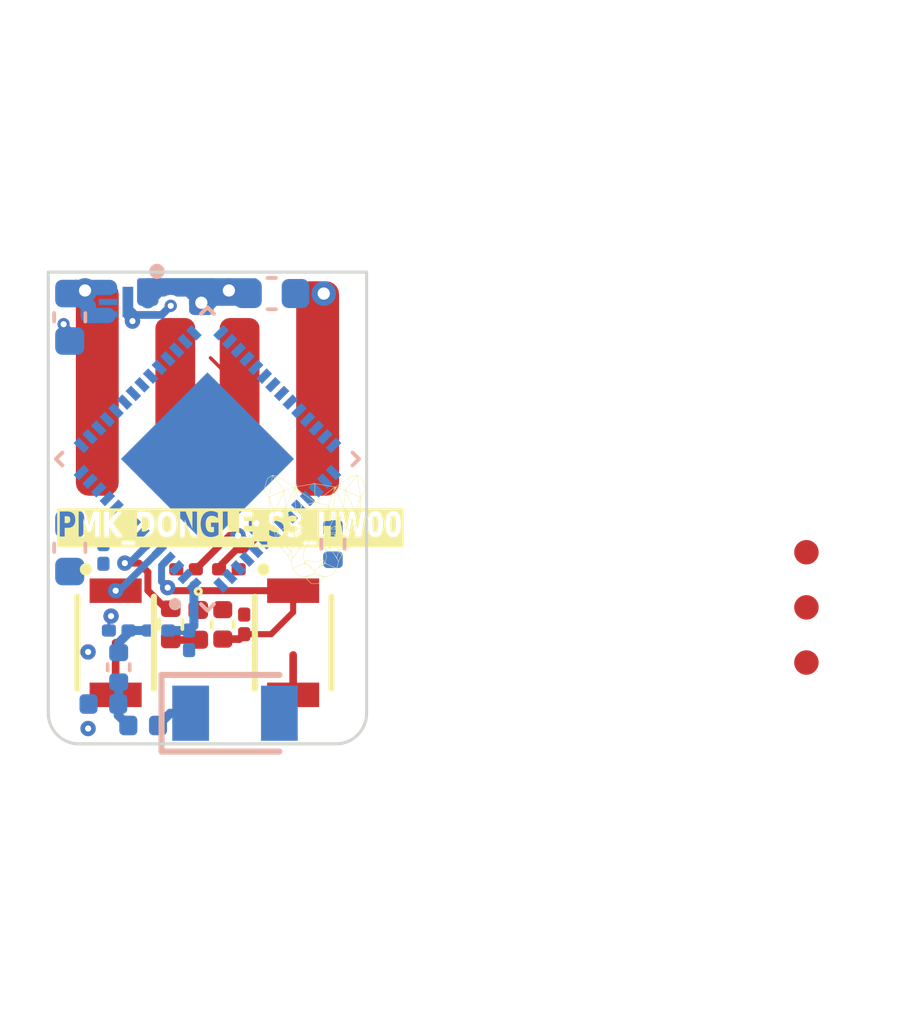
<source format=kicad_pcb>
(kicad_pcb (version 20240108) (generator "pcbnew") (generator_version "8.0")
  (layers (0 "F.Cu" signal) (1 "In1.Cu" signal) (2 "In2.Cu" signal) (31 "B.Cu" signal) (34 "B.Paste" user) (35 "F.Paste" user) (36 "B.SilkS" user "B.Silkscreen") (37 "F.SilkS" user "F.Silkscreen") (38 "B.Mask" user) (39 "F.Mask" user) (44 "Edge.Cuts" user))
  (net 0 "")
  (net 1 "/ANT_3")
  (net 2 "+3V3")
  (net 3 "/LNA_IN")
  (net 4 "/IO0")
  (net 5 "/IO1")
  (net 6 "/IO2")
  (net 7 "/IO3")
  (net 8 "/IO4")
  (net 9 "/IO5")
  (net 10 "/IO6")
  (net 11 "/IO7")
  (net 12 "/IO8")
  (net 13 "/IO9")
  (net 14 "/IO10")
  (net 15 "/IO11")
  (net 16 "/IO12")
  (net 17 "/IO13")
  (net 18 "/IO14")
  (net 19 "/IO15")
  (net 20 "/IO16")
  (net 21 "/IO17")
  (net 22 "/IO18")
  (net 23 "/D-")
  (net 24 "/D+")
  (net 25 "/IO21")
  (net 26 "Net-(D30-A)")
  (net 27 "/IO33")
  (net 28 "/IO34")
  (net 29 "/IO35")
  (net 30 "/IO36")
  (net 31 "/IO37")
  (net 32 "/IO38")
  (net 33 "/IO39")
  (net 34 "/IO40")
  (net 35 "/IO41")
  (net 36 "/IO42")
  (net 37 "/IO45")
  (net 38 "/IO46")
  (net 39 "/EN")
  (net 40 "GND")
  (net 41 "VBUS")
  (net 42 "/U0TXD")
  (net 43 "/ANT_1")
  (net 44 "/ANT_2")
  (net 45 "/TX")
  (net 46 "/RX")
  (footprint "Component_lib:USB_PCB" (layer "F.Cu") (at 153 44.4)
    (property "Reference" "J10" (hide yes))
    (property "Value" "USB_A")
    (pad "1" smd roundrect (at -3.6 -7.4) (size 1.4 7) (layers "F.Cu" "F.Paste" "F.Mask") (roundrect_rratio 0.3) (net 41 "VBUS"))
    (pad "2" smd roundrect (at -1.05 -6.8) (size 1.3 5.8) (layers "F.Cu" "F.Paste" "F.Mask") (net 23 "/D-"))
    (pad "3" smd roundrect (at 1.05 -6.8) (size 1.3 5.8) (layers "F.Cu" "F.Paste" "F.Mask") (net 24 "/D+"))
    (pad "4" smd roundrect (at 3.6 -7.4) (size 1.4 7) (layers "F.Cu" "F.Paste" "F.Mask") (roundrect_rratio 0.3) (net 40 "GND"))
  )
  (footprint "Resistor_SMD:R_0201_0603Metric" (layer "F.Cu") (at 152.3 42.9 180)
    (property "Reference" "R34" (hide yes))
    (property "Value" "10k")
    (pad "1" smd roundrect (at -0.32 0 180) (size 0.46 0.4) (layers "F.Cu" "F.Mask") (net 38 "/IO46"))
    (pad "2" smd roundrect (at 0.32 0 180) (size 0.46 0.4) (layers "F.Cu" "F.Mask") (net 40 "GND"))
  )
  (footprint "Component_lib:B3U-1000P" (layer "F.Cu") (at 155.8 45.3 90)
    (property "Reference" "S30" (hide yes))
    (property "Value" "SKRPABE010" (hide yes))
    (pad "1" smd rect (at 1.7 0 90) (size 0.8 1.7) (layers "F.Cu" "F.Paste" "F.Mask") (net 39 "/EN"))
    (pad "2" smd rect (at -1.7 0 90) (size 0.8 1.7) (layers "F.Cu" "F.Paste" "F.Mask") (net 40 "GND"))
  )
  (footprint "Component_lib:TestPoint_0.8mm" (layer "F.Cu") (at 172.57 44.145)
    (property "Reference" "TP31" (hide yes))
    (property "Value" "TestPoint")
    (pad "1" smd circle (at 0 0) (size 0.8 0.8) (layers "F.Cu" "F.Paste" "F.Mask") (net 46 "/RX"))
  )
  (footprint "Resistor_SMD:R_0402_1005Metric" (layer "F.Cu") (at 151.8 44.7 -90)
    (property "Reference" "R31" (hide yes))
    (property "Value" "2k")
    (pad "1" smd roundrect (at -0.51 0 270) (size 0.54 0.64) (layers "F.Cu" "F.Paste" "F.Mask") (net 5 "/IO1"))
    (pad "2" smd roundrect (at 0.51 0 270) (size 0.54 0.64) (layers "F.Cu" "F.Paste" "F.Mask") (net 26 "Net-(D30-A)"))
  )
  (footprint "Component_lib:puma_logo_4mm" (layer "F.Cu") (at 156.5 41.6)
    (property "Reference" "G***" (hide yes))
    (property "Value" "LOGO" (hide yes))
  )
  (footprint "Component_lib:TestPoint_0.8mm" (layer "F.Cu") (at 172.57 45.945)
    (property "Reference" "TP32" (hide yes))
    (property "Value" "TestPoint")
    (pad "1" smd circle (at 0 0) (size 0.8 0.8) (layers "F.Cu" "F.Paste" "F.Mask") (net 40 "GND"))
  )
  (footprint "LED_SMD:LED_0402_1005Metric" (layer "F.Cu") (at 152.7 44.715 -90)
    (property "Reference" "D30" (hide yes))
    (property "Value" "LED")
    (pad "1" smd roundrect (at -0.485 0 270) (size 0.59 0.64) (layers "F.Cu" "F.Paste" "F.Mask") (net 40 "GND"))
    (pad "2" smd roundrect (at 0.485 0 270) (size 0.59 0.64) (layers "F.Cu" "F.Paste" "F.Mask") (net 26 "Net-(D30-A)"))
  )
  (footprint "Component_lib:TestPoint_0.8mm" (layer "F.Cu") (at 172.57 42.345)
    (property "Reference" "TP30" (hide yes))
    (property "Value" "TestPoint")
    (pad "1" smd circle (at 0 0) (size 0.8 0.8) (layers "F.Cu" "F.Paste" "F.Mask") (net 45 "/TX"))
  )
  (footprint "Resistor_SMD:R_0201_0603Metric" (layer "F.Cu") (at 153.7 42.9)
    (property "Reference" "R33" (hide yes))
    (property "Value" "10k")
    (pad "1" smd roundrect (at -0.32 0) (size 0.46 0.4) (layers "F.Cu" "F.Mask") (net 37 "/IO45"))
    (pad "2" smd roundrect (at 0.32 0) (size 0.46 0.4) (layers "F.Cu" "F.Mask") (net 40 "GND"))
  )
  (footprint "Capacitor_SMD:C_0402_1005Metric" (layer "F.Cu") (at 153.5 44.7 90)
    (property "Reference" "C32" (hide yes))
    (property "Value" "100n")
    (pad "1" smd roundrect (at -0.48 0 90) (size 0.56 0.62) (layers "F.Cu" "F.Paste" "F.Mask") (net 39 "/EN"))
    (pad "2" smd roundrect (at 0.48 0 90) (size 0.56 0.62) (layers "F.Cu" "F.Paste" "F.Mask") (net 40 "GND"))
  )
  (footprint "Component_lib:B3U-1000P" (layer "F.Cu") (at 150 45.3 90)
    (property "Reference" "S31" (hide yes))
    (property "Value" "SKRPABE010" (hide yes))
    (pad "1" smd rect (at 1.7 0 90) (size 0.8 1.7) (layers "F.Cu" "F.Paste" "F.Mask") (net 4 "/IO0"))
    (pad "2" smd rect (at -1.7 0 90) (size 0.8 1.7) (layers "F.Cu" "F.Paste" "F.Mask") (net 40 "GND"))
  )
  (footprint "Resistor_SMD:R_0201_0603Metric" (layer "F.Cu") (at 154.2 44.7 -90)
    (property "Reference" "R30" (hide yes))
    (property "Value" "10k")
    (pad "1" smd roundrect (at -0.32 0 270) (size 0.46 0.4) (layers "F.Cu" "F.Mask") (net 2 "+3V3"))
    (pad "2" smd roundrect (at 0.32 0 270) (size 0.46 0.4) (layers "F.Cu" "F.Mask") (net 39 "/EN"))
  )
  (footprint "Capacitor_SMD:C_0603_1608Metric" (layer "B.Cu") (at 148.5 34.675 -90)
    (property "Reference" "C20" (hide yes))
    (property "Value" "2u2")
    (pad "1" smd roundrect (at -0.775 0 270) (size 0.9 0.95) (layers "B.Cu" "B.Paste" "B.Mask") (net 41 "VBUS"))
    (pad "2" smd roundrect (at 0.775 0 270) (size 0.9 0.95) (layers "B.Cu" "B.Paste" "B.Mask") (net 40 "GND"))
  )
  (footprint "Component_lib:SON40P120X120X60-7N-D" (layer "B.Cu") (at 150.4 34.175 180)
    (property "Reference" "U20" (hide yes))
    (property "Value" "MIC5528-3.3YMT-T5" (hide yes))
    (pad "1" smd rect (at -0.65 0.4 90) (size 0.2 0.6) (layers "B.Cu" "B.Paste" "B.Mask") (net 2 "+3V3"))
    (pad "2" smd rect (at -0.65 0 90) (size 0.2 0.6) (layers "B.Cu" "B.Paste" "B.Mask") (net 2 "+3V3"))
    (pad "3" smd rect (at -0.65 -0.4 90) (size 0.2 0.6) (layers "B.Cu" "B.Paste" "B.Mask") (net 40 "GND"))
    (pad "4" smd rect (at 0.65 -0.4 90) (size 0.2 0.6) (layers "B.Cu" "B.Paste" "B.Mask") (net 41 "VBUS"))
    (pad "5" smd rect (at 0.65 0 90) (size 0.2 0.6) (layers "B.Cu" "B.Paste" "B.Mask"))
    (pad "6" smd rect (at 0.65 0.4 90) (size 0.2 0.6) (layers "B.Cu" "B.Paste" "B.Mask") (net 41 "VBUS"))
    (pad "7" smd rect (at 0 0 180) (size 0.35 0.99) (layers "B.Cu" "B.Paste" "B.Mask") (net 40 "GND"))
  )
  (footprint "Capacitor_SMD:C_0402_1005Metric" (layer "B.Cu") (at 150.1 46.1 90)
    (property "Reference" "C42" (hide yes))
    (property "Value" "1p")
    (pad "1" smd roundrect (at -0.48 0 90) (size 0.56 0.62) (layers "B.Cu" "B.Paste" "B.Mask") (net 44 "/ANT_2"))
    (pad "2" smd roundrect (at 0.48 0 90) (size 0.56 0.62) (layers "B.Cu" "B.Paste" "B.Mask") (net 43 "/ANT_1"))
  )
  (footprint "Resistor_SMD:R_0402_1005Metric" (layer "B.Cu") (at 157.1 42.08 -90)
    (property "Reference" "R35" (hide yes))
    (property "Value" "499")
    (pad "1" smd roundrect (at -0.51 0 270) (size 0.54 0.64) (layers "B.Cu" "B.Paste" "B.Mask") (net 42 "/U0TXD"))
    (pad "2" smd roundrect (at 0.51 0 270) (size 0.54 0.64) (layers "B.Cu" "B.Paste" "B.Mask") (net 45 "/TX"))
  )
  (footprint "Capacitor_SMD:C_0603_1608Metric" (layer "B.Cu") (at 155.1 33.9)
    (property "Reference" "C21" (hide yes))
    (property "Value" "2u2")
    (pad "1" smd roundrect (at -0.775 0) (size 0.9 0.95) (layers "B.Cu" "B.Paste" "B.Mask") (net 2 "+3V3"))
    (pad "2" smd roundrect (at 0.775 0) (size 0.9 0.95) (layers "B.Cu" "B.Paste" "B.Mask") (net 40 "GND"))
  )
  (footprint "Capacitor_SMD:C_0201_0603Metric" (layer "B.Cu") (at 149.6 42.4 90)
    (property "Reference" "C31" (hide yes))
    (property "Value" "100n")
    (pad "1" smd roundrect (at -0.32 0 90) (size 0.46 0.4) (layers "B.Cu" "B.Mask") (net 2 "+3V3"))
    (pad "2" smd roundrect (at 0.32 0 90) (size 0.46 0.4) (layers "B.Cu" "B.Mask") (net 40 "GND"))
  )
  (footprint "Inductor_SMD:L_0402_1005Metric" (layer "B.Cu") (at 149.6 47.3 180)
    (property "Reference" "L41" (hide yes))
    (property "Value" "2n7")
    (pad "1" smd roundrect (at -0.485 0 180) (size 0.59 0.64) (layers "B.Cu" "B.Paste" "B.Mask") (net 44 "/ANT_2"))
    (pad "2" smd roundrect (at 0.485 0 180) (size 0.59 0.64) (layers "B.Cu" "B.Paste" "B.Mask") (net 40 "GND"))
  )
  (footprint "Capacitor_SMD:C_0201_0603Metric" (layer "B.Cu") (at 152.4 45.22 -90)
    (property "Reference" "C40" (hide yes))
    (property "Value" "1p2")
    (pad "1" smd roundrect (at -0.32 0 270) (size 0.46 0.4) (layers "B.Cu" "B.Mask") (net 3 "/LNA_IN"))
    (pad "2" smd roundrect (at 0.32 0 270) (size 0.46 0.4) (layers "B.Cu" "B.Mask") (net 40 "GND"))
  )
  (footprint "Capacitor_SMD:C_0201_0603Metric" (layer "B.Cu") (at 150.1 44.9 180)
    (property "Reference" "C41" (hide yes))
    (property "Value" "1p8")
    (pad "1" smd roundrect (at -0.32 0 180) (size 0.46 0.4) (layers "B.Cu" "B.Mask") (net 43 "/ANT_1"))
    (pad "2" smd roundrect (at 0.32 0 180) (size 0.46 0.4) (layers "B.Cu" "B.Mask") (net 40 "GND"))
  )
  (footprint "Component_lib:ESP32-S3-PICO-1-N8R2" (layer "B.Cu") (at 153 39.3 45)
    (property "Reference" "U30" (hide yes))
    (property "Value" "ESP32-S3FN8")
    (pad "1" smd rect (at -3.225 2.6 45) (size 0.47 0.25) (layers "B.Cu" "B.Paste") (net 3 "/LNA_IN"))
    (pad "2" smd rect (at -3.224999 2.2 45) (size 0.47 0.25) (layers "B.Cu" "B.Paste") (net 2 "+3V3"))
    (pad "3" smd rect (at -3.225 1.8 45) (size 0.47 0.25) (layers "B.Cu" "B.Paste") (net 2 "+3V3"))
    (pad "4" smd rect (at -3.225 1.4 45) (size 0.47 0.25) (layers "B.Cu" "B.Paste") (net 39 "/EN"))
    (pad "5" smd rect (at -3.225 1 45) (size 0.47 0.25) (layers "B.Cu" "B.Paste") (net 4 "/IO0"))
    (pad "6" smd rect (at -3.224999 0.6 45) (size 0.47 0.25) (layers "B.Cu" "B.Paste") (net 5 "/IO1"))
    (pad "7" smd rect (at -3.225 0.2 45) (size 0.47 0.25) (layers "B.Cu" "B.Paste") (net 6 "/IO2"))
    (pad "8" smd rect (at -3.225 -0.2 45) (size 0.47 0.25) (layers "B.Cu" "B.Paste") (net 7 "/IO3"))
    (pad "9" smd rect (at -3.224999 -0.6 45) (size 0.47 0.25) (layers "B.Cu" "B.Paste") (net 8 "/IO4"))
    (pad "10" smd rect (at -3.225 -1 45) (size 0.47 0.25) (layers "B.Cu" "B.Paste") (net 9 "/IO5"))
    (pad "11" smd rect (at -3.225 -1.4 45) (size 0.47 0.25) (layers "B.Cu" "B.Paste") (net 10 "/IO6"))
    (pad "12" smd rect (at -3.225 -1.8 45) (size 0.47 0.25) (layers "B.Cu" "B.Paste") (net 11 "/IO7"))
    (pad "13" smd rect (at -3.224999 -2.2 45) (size 0.47 0.25) (layers "B.Cu" "B.Paste") (net 12 "/IO8"))
    (pad "14" smd rect (at -3.225 -2.6 45) (size 0.47 0.25) (layers "B.Cu" "B.Paste") (net 13 "/IO9"))
    (pad "15" smd rect (at -2.6 -3.225 45) (size 0.25 0.47) (layers "B.Cu" "B.Paste") (net 14 "/IO10"))
    (pad "16" smd rect (at -2.2 -3.224999 45) (size 0.25 0.47) (layers "B.Cu" "B.Paste") (net 15 "/IO11"))
    (pad "17" smd rect (at -1.8 -3.225 45) (size 0.25 0.47) (layers "B.Cu" "B.Paste") (net 16 "/IO12"))
    (pad "18" smd rect (at -1.4 -3.225 45) (size 0.25 0.47) (layers "B.Cu" "B.Paste") (net 17 "/IO13"))
    (pad "19" smd rect (at -1 -3.225 45) (size 0.25 0.47) (layers "B.Cu" "B.Paste") (net 18 "/IO14"))
    (pad "20" smd rect (at -0.6 -3.224999 45) (size 0.25 0.47) (layers "B.Cu" "B.Paste") (net 2 "+3V3"))
    (pad "21" smd rect (at -0.2 -3.225 45) (size 0.25 0.47) (layers "B.Cu" "B.Paste") (net 19 "/IO15"))
    (pad "22" smd rect (at 0.2 -3.225 45) (size 0.25 0.47) (layers "B.Cu" "B.Paste") (net 20 "/IO16"))
    (pad "23" smd rect (at 0.6 -3.224999 45) (size 0.25 0.47) (layers "B.Cu" "B.Paste") (net 21 "/IO17"))
    (pad "24" smd rect (at 1 -3.225 45) (size 0.25 0.47) (layers "B.Cu" "B.Paste") (net 22 "/IO18"))
    (pad "25" smd rect (at 1.4 -3.225 45) (size 0.25 0.47) (layers "B.Cu" "B.Paste") (net 23 "/D-"))
    (pad "26" smd rect (at 1.8 -3.225 45) (size 0.25 0.47) (layers "B.Cu" "B.Paste") (net 24 "/D+"))
    (pad "27" smd rect (at 2.2 -3.224999 45) (size 0.25 0.47) (layers "B.Cu" "B.Paste") (net 25 "/IO21"))
    (pad "28" smd rect (at 2.6 -3.225 45) (size 0.25 0.47) (layers "B.Cu" "B.Paste"))
    (pad "29" smd rect (at 3.225 -2.6 45) (size 0.47 0.25) (layers "B.Cu" "B.Paste"))
    (pad "30" smd rect (at 3.224999 -2.2 45) (size 0.47 0.25) (layers "B.Cu" "B.Paste"))
    (pad "31" smd rect (at 3.225 -1.8 45) (size 0.47 0.25) (layers "B.Cu" "B.Paste"))
    (pad "32" smd rect (at 3.225 -1.4 45) (size 0.47 0.25) (layers "B.Cu" "B.Paste"))
    (pad "33" smd rect (at 3.225 -1 45) (size 0.47 0.25) (layers "B.Cu" "B.Paste"))
    (pad "34" smd rect (at 3.224999 -0.6 45) (size 0.47 0.25) (layers "B.Cu" "B.Paste"))
    (pad "35" smd rect (at 3.225 -0.2 45) (size 0.47 0.25) (layers "B.Cu" "B.Paste"))
    (pad "36" smd rect (at 3.225 0.2 45) (size 0.47 0.25) (layers "B.Cu" "B.Paste"))
    (pad "37" smd rect (at 3.224999 0.6 45) (size 0.47 0.25) (layers "B.Cu" "B.Paste"))
    (pad "38" smd rect (at 3.225 1 45) (size 0.47 0.25) (layers "B.Cu" "B.Paste") (net 27 "/IO33"))
    (pad "39" smd rect (at 3.225 1.4 45) (size 0.47 0.25) (layers "B.Cu" "B.Paste") (net 28 "/IO34"))
    (pad "40" smd rect (at 3.225 1.8 45) (size 0.47 0.25) (layers "B.Cu" "B.Paste") (net 29 "/IO35"))
    (pad "41" smd rect (at 3.224999 2.2 45) (size 0.47 0.25) (layers "B.Cu" "B.Paste") (net 30 "/IO36"))
    (pad "42" smd rect (at 3.225 2.6 45) (size 0.47 0.25) (layers "B.Cu" "B.Paste") (net 31 "/IO37"))
    (pad "43" smd rect (at 2.6 3.225 45) (size 0.25 0.47) (layers "B.Cu" "B.Paste") (net 32 "/IO38"))
    (pad "44" smd rect (at 2.2 3.224999 45) (size 0.25 0.47) (layers "B.Cu" "B.Paste") (net 33 "/IO39"))
    (pad "45" smd rect (at 1.8 3.225 45) (size 0.25 0.47) (layers "B.Cu" "B.Paste") (net 34 "/IO40"))
    (pad "46" smd rect (at 1.4 3.225 45) (size 0.25 0.47) (layers "B.Cu" "B.Paste") (net 2 "+3V3"))
    (pad "47" smd rect (at 1 3.225 45) (size 0.25 0.47) (layers "B.Cu" "B.Paste") (net 35 "/IO41"))
    (pad "48" smd rect (at 0.6 3.224999 45) (size 0.25 0.47) (layers "B.Cu" "B.Paste") (net 36 "/IO42"))
    (pad "49" smd rect (at 0.2 3.225 45) (size 0.25 0.47) (layers "B.Cu" "B.Paste") (net 42 "/U0TXD"))
    (pad "50" smd rect (at -0.2 3.225 45) (size 0.25 0.47) (layers "B.Cu" "B.Paste") (net 46 "/RX"))
    (pad "51" smd rect (at -0.6 3.224999 45) (size 0.25 0.47) (layers "B.Cu" "B.Paste") (net 37 "/IO45"))
    (pad "52" smd rect (at -1 3.225 45) (size 0.25 0.47) (layers "B.Cu" "B.Paste") (net 38 "/IO46"))
    (pad "53" smd rect (at -1.4 3.225 45) (size 0.25 0.47) (layers "B.Cu" "B.Paste"))
    (pad "54" smd rect (at -1.8 3.225 45) (size 0.25 0.47) (layers "B.Cu" "B.Paste"))
    (pad "55" smd rect (at -2.2 3.224999 45) (size 0.25 0.47) (layers "B.Cu" "B.Paste") (net 2 "+3V3"))
    (pad "56" smd rect (at -2.6 3.225 45) (size 0.25 0.47) (layers "B.Cu" "B.Paste") (net 2 "+3V3"))
    (pad "57" smd rect (at 0 0 45) (size 4 4) (layers "B.Cu" "B.Mask") (net 40 "GND"))
  )
  (footprint "Capacitor_SMD:C_0603_1608Metric" (layer "B.Cu") (at 148.5 42.2 90)
    (property "Reference" "C30" (hide yes))
    (property "Value" "22u")
    (pad "1" smd roundrect (at -0.775 0 90) (size 0.9 0.95) (layers "B.Cu" "B.Paste" "B.Mask") (net 2 "+3V3"))
    (pad "2" smd roundrect (at 0.775 0 90) (size 0.9 0.95) (layers "B.Cu" "B.Paste" "B.Mask") (net 40 "GND"))
  )
  (footprint "Inductor_SMD:L_0201_0603Metric" (layer "B.Cu") (at 151.4 44.9)
    (property "Reference" "L40" (hide yes))
    (property "Value" "2p7")
    (pad "1" smd roundrect (at -0.32 0) (size 0.46 0.4) (layers "B.Cu" "B.Mask") (net 43 "/ANT_1"))
    (pad "2" smd roundrect (at 0.32 0) (size 0.46 0.4) (layers "B.Cu" "B.Mask") (net 3 "/LNA_IN"))
  )
  (footprint "Component_lib:ANTC3216X140N" (layer "B.Cu") (at 153.9 47.6)
    (property "Reference" "ANT40" (hide yes))
    (property "Value" "2450AT18A100E" (hide yes))
    (pad "1" smd rect (at -1.45 0) (size 1.2 1.8) (layers "B.Cu" "B.Paste" "B.Mask") (net 1 "/ANT_3"))
    (pad "2" smd rect (at 1.45 0) (size 1.2 1.8) (layers "B.Cu" "B.Paste" "B.Mask"))
  )
  (footprint "Inductor_SMD:L_0402_1005Metric" (layer "B.Cu") (at 150.9 48)
    (property "Reference" "L42" (hide yes))
    (property "Value" "3n9")
    (pad "1" smd roundrect (at -0.485 0) (size 0.59 0.64) (layers "B.Cu" "B.Paste" "B.Mask") (net 44 "/ANT_2"))
    (pad "2" smd roundrect (at 0.485 0) (size 0.59 0.64) (layers "B.Cu" "B.Paste" "B.Mask") (net 1 "/ANT_3"))
  )
  (gr_line (start 158.2 47.6) (end 158.2 33.2) (stroke (width 0.1)) (layer "Edge.Cuts"))
  (gr_line (start 158.2 33.2) (end 147.8 33.2) (stroke (width 0.1)) (layer "Edge.Cuts"))
  (gr_line (start 148.8 48.6) (end 157.2 48.6) (stroke (width 0.1)) (layer "Edge.Cuts"))
  (gr_line (start 147.8 33.2) (end 147.8 47.6) (stroke (width 0.1)) (layer "Edge.Cuts"))
  (gr_arc (start 148.8 48.6) (mid 148.092893 48.307107) (end 147.8 47.6) (stroke (width 0.1)) (layer "Edge.Cuts"))
  (gr_arc (start 158.2 47.6) (mid 157.907107 48.307107) (end 157.2 48.6) (stroke (width 0.1)) (layer "Edge.Cuts"))
  (gr_text "PMK_DONGLE_S3_HW00\n" (at 148.1 41.5 0) (layer "F.SilkS" knockout) (effects (font (size 0.8 0.6) (thickness 0.1) (bold yes)) (justify left)))
  (segment (start 151.785 47.6) (end 151.385 48) (width 0.293) (layer "B.Cu") (net 1))
  (segment (start 152.45 47.6) (end 151.785 47.6) (width 0.293) (layer "B.Cu") (net 1))
  (via (at 153.7 33.8) (size 0.8) (drill 0.4) (layers "F.Cu" "B.Cu") (net 2))
  (via (at 152.8 34.2) (size 0.8) (drill 0.4) (layers "F.Cu" "B.Cu") (net 2))
  (segment (start 154.2 33.775) (end 154.325 33.9) (width 0.5) (layer "B.Cu") (net 2))
  (segment (start 153.225 33.775) (end 152.8 34.2) (width 0.5) (layer "B.Cu") (net 2))
  (segment (start 153.175 33.65) (end 153.3 33.775) (width 0.5) (layer "B.Cu") (net 2))
  (segment (start 151.05 33.65) (end 153.175 33.65) (width 0.5) (layer "B.Cu") (net 2))
  (segment (start 153.3 33.775) (end 153.225 33.775) (width 0.5) (layer "B.Cu") (net 2))
  (segment (start 151.05 33.775) (end 151.05 34.135) (width 0.5) (layer "B.Cu") (net 2))
  (segment (start 154.325 33.9) (end 153.8 33.9) (width 0.5) (layer "B.Cu") (net 2))
  (segment (start 151.05 33.775) (end 151.05 33.65) (width 0.5) (layer "B.Cu") (net 2))
  (segment (start 153.3 33.775) (end 154.2 33.775) (width 0.5) (layer "B.Cu") (net 2))
  (segment (start 153.8 33.9) (end 153.7 33.8) (width 0.5) (layer "B.Cu") (net 2))
  (segment (start 152.558058 44.741942) (end 152.4 44.9) (width 0.293) (layer "B.Cu") (net 3))
  (segment (start 151.72 44.9) (end 152.4 44.9) (width 0.293) (layer "B.Cu") (net 3))
  (segment (start 152.558058 43.418897) (end 152.558058 44.741942) (width 0.293) (layer "B.Cu") (net 3))
  (via (at 150 43.6) (size 0.5) (drill 0.2) (layers "F.Cu" "B.Cu") (net 4))
  (segment (start 150.114213 43.6) (end 151.426687 42.287526) (width 0.228) (layer "B.Cu") (net 4))
  (segment (start 150 43.6) (end 150.114213 43.6) (width 0.228) (layer "B.Cu") (net 4))
  (segment (start 151.054 43.596) (end 151.054 42.996) (width 0.228) (layer "F.Cu") (net 5))
  (segment (start 151.8 44.19) (end 151.648 44.19) (width 0.228) (layer "F.Cu") (net 5))
  (segment (start 151.648 44.19) (end 151.054 43.596) (width 0.228) (layer "F.Cu") (net 5))
  (segment (start 150.758 42.7) (end 150.3 42.7) (width 0.228) (layer "F.Cu") (net 5))
  (segment (start 151.054 42.996) (end 150.758 42.7) (width 0.228) (layer "F.Cu") (net 5))
  (via (at 150.3 42.7) (size 0.5) (drill 0.2) (layers "F.Cu" "B.Cu") (net 5))
  (segment (start 150.448528 42.7) (end 151.143845 42.004683) (width 0.228) (layer "B.Cu") (net 5))
  (segment (start 150.3 42.7) (end 150.448528 42.7) (width 0.228) (layer "B.Cu") (net 5))
  (segment (start 151.95 36.95) (end 152.3 36.6) (width 0.115) (layer "F.Cu") (net 23))
  (segment (start 151.95 37.6) (end 151.9 37.6) (width 0.115) (layer "F.Cu") (net 23))
  (segment (start 151.95 37.6) (end 151.95 36.95) (width 0.115) (layer "F.Cu") (net 23))
  (segment (start 151.95 37.6) (end 151.95 36.75) (width 0.115) (layer "F.Cu") (net 23))
  (segment (start 154.05 37.6) (end 154.05 36.95) (width 0.115) (layer "F.Cu") (net 24))
  (segment (start 154.05 36.95) (end 153.1 36) (width 0.115) (layer "F.Cu") (net 24))
  (segment (start 152.69 45.21) (end 152.7 45.2) (width 0.25) (layer "F.Cu") (net 26))
  (segment (start 151.8 45.21) (end 152.69 45.21) (width 0.25) (layer "F.Cu") (net 26))
  (segment (start 154.6 41.4) (end 154.6 41.861852) (width 0.228) (layer "F.Cu") (net 37))
  (segment (start 154.6 41.861852) (end 154.193852 42.268) (width 0.228) (layer "F.Cu") (net 37))
  (segment (start 153.932 42.268) (end 153.38 42.82) (width 0.228) (layer "F.Cu") (net 37))
  (segment (start 154.193852 42.268) (end 153.932 42.268) (width 0.228) (layer "F.Cu") (net 37))
  (segment (start 153.38 42.82) (end 153.38 42.9) (width 0.228) (layer "F.Cu") (net 37))
  (via (at 154.6 41.4) (size 0.5) (drill 0.2) (layers "F.Cu" "B.Cu") (net 37))
  (segment (start 154.475736 41.624264) (end 154.856155 42.004683) (width 0.228) (layer "B.Cu") (net 37))
  (segment (start 154.475736 41.524264) (end 154.475736 41.624264) (width 0.228) (layer "B.Cu") (net 37))
  (segment (start 154.6 41.4) (end 154.475736 41.524264) (width 0.228) (layer "B.Cu") (net 37))
  (segment (start 152.62 42.9) (end 153.72 41.8) (width 0.228) (layer "F.Cu") (net 38))
  (segment (start 153.72 41.8) (end 154 41.8) (width 0.228) (layer "F.Cu") (net 38))
  (via (at 154 41.8) (size 0.5) (drill 0.2) (layers "F.Cu" "B.Cu") (net 38))
  (segment (start 154.085787 41.8) (end 154.573313 42.287526) (width 0.228) (layer "B.Cu") (net 38))
  (segment (start 154 41.8) (end 154.085787 41.8) (width 0.228) (layer "B.Cu") (net 38))
  (segment (start 155.8 44.3) (end 155.8 43.6) (width 0.2) (layer "F.Cu") (net 39))
  (segment (start 154.2 45.02) (end 155.08 45.02) (width 0.2) (layer "F.Cu") (net 39))
  (segment (start 155.8 43.6) (end 151.8 43.6) (width 0.228) (layer "F.Cu") (net 39))
  (segment (start 154.04 45.18) (end 154.2 45.02) (width 0.25) (layer "F.Cu") (net 39))
  (segment (start 151.8 43.6) (end 151.7 43.5) (width 0.228) (layer "F.Cu") (net 39))
  (segment (start 153.5 45.18) (end 154.04 45.18) (width 0.25) (layer "F.Cu") (net 39))
  (segment (start 155.08 45.02) (end 155.8 44.3) (width 0.2) (layer "F.Cu") (net 39))
  (via (at 151.7 43.5) (size 0.5) (drill 0.2) (layers "F.Cu" "B.Cu") (net 39))
  (segment (start 151.5 43.3) (end 151.5 42.779899) (width 0.228) (layer "B.Cu") (net 39))
  (segment (start 151.5 42.779899) (end 151.70953 42.570369) (width 0.228) (layer "B.Cu") (net 39))
  (segment (start 151.7 43.5) (end 151.5 43.3) (width 0.228) (layer "B.Cu") (net 39))
  (segment (start 156.6 37) (end 156.6 34.1) (width 0.293) (layer "F.Cu") (net 40))
  (segment (start 155.78 46.98) (end 155.8 47) (width 0.25) (layer "F.Cu") (net 40))
  (segment (start 155.8 47) (end 155.8 45.7) (width 0.25) (layer "F.Cu") (net 40))
  (segment (start 150.015 46.985) (end 150 47) (width 0.25) (layer "F.Cu") (net 40))
  (segment (start 150 47) (end 150 45.3) (width 0.25) (layer "F.Cu") (net 40))
  (segment (start 156.6 34.1) (end 156.8 33.9) (width 0.293) (layer "F.Cu") (net 40))
  (via (at 148.3 34.9) (size 0.4) (drill 0.2) (layers "F.Cu" "B.Cu") (net 40))
  (via (at 156.8 33.9) (size 0.8) (drill 0.4) (layers "F.Cu" "B.Cu") (net 40))
  (via (at 149.1 48.1) (size 0.5) (drill 0.2) (layers "F.Cu" "B.Cu") (net 40))
  (via (at 151.8 34.3) (size 0.4) (drill 0.2) (layers "F.Cu" "B.Cu") (net 40))
  (via (at 149.85 44.43) (size 0.5) (drill 0.2) (layers "F.Cu" "B.Cu") (net 40))
  (via (at 149.1 45.6) (size 0.5) (drill 0.2) (layers "F.Cu" "B.Cu") (net 40))
  (via (at 150.55 34.8) (size 0.5) (drill 0.2) (layers "F.Cu" "B.Cu") (net 40))
  (segment (start 150.4 34.664074) (end 150.4 34.175) (width 0.25) (layer "B.Cu") (net 40))
  (segment (start 150.4 34.425) (end 150.55 34.575) (width 0.2) (layer "B.Cu") (net 40))
  (segment (start 148.460589 35.489411) (end 148.5 35.45) (width 0.25) (layer "B.Cu") (net 40))
  (segment (start 151.05 34.575) (end 151.525 34.575) (width 0.2) (layer "B.Cu") (net 40))
  (segment (start 150.4 34.175) (end 150.4 34.425) (width 0.2) (layer "B.Cu") (net 40))
  (segment (start 148.5 35.45) (end 148.5 35.1) (width 0.2) (layer "B.Cu") (net 40))
  (segment (start 149.78 44.5) (end 149.85 44.43) (width 0.1) (layer "B.Cu") (net 40))
  (segment (start 150.4 34.65) (end 150.55 34.8) (width 0.25) (layer "B.Cu") (net 40))
  (segment (start 150.4 34.355) (end 150.645 34.6) (width 0.25) (layer "B.Cu") (net 40))
  (segment (start 150.645 34.6) (end 151.5 34.6) (width 0.25) (layer "B.Cu") (net 40))
  (segment (start 150.4 34.175) (end 150.4 34.7) (width 0.2) (layer "B.Cu") (net 40))
  (segment (start 149.78 44.9) (end 149.78 44.5) (width 0.1) (layer "B.Cu") (net 40))
  (segment (start 150.55 34.575) (end 151.05 34.575) (width 0.2) (layer "B.Cu") (net 40))
  (segment (start 151.5 34.6) (end 151.8 34.3) (width 0.25) (layer "B.Cu") (net 40))
  (segment (start 148.5 35.1) (end 148.3 34.9) (width 0.2) (layer "B.Cu") (net 40))
  (segment (start 150.4 34.175) (end 150.4 34.65) (width 0.25) (layer "B.Cu") (net 40))
  (segment (start 150.4 34.175) (end 150.4 34.355) (width 0.25) (layer "B.Cu") (net 40))
  (segment (start 151.525 34.575) (end 151.8 34.3) (width 0.2) (layer "B.Cu") (net 40))
  (segment (start 149.4 37) (end 149.4 34.2) (width 0.293) (layer "F.Cu") (net 41))
  (segment (start 149.4 34.2) (end 149 33.8) (width 0.293) (layer "F.Cu") (net 41))
  (via (at 149 33.8) (size 0.8) (drill 0.4) (layers "F.Cu" "B.Cu") (net 41))
  (segment (start 148.7 33.7) (end 149.8 33.7) (width 0.5) (layer "B.Cu") (net 41))
  (segment (start 148.7 33.9) (end 149.11 34.31) (width 0.5) (layer "B.Cu") (net 41))
  (segment (start 149.11 34.31) (end 149.11 34.615) (width 0.5) (layer "B.Cu") (net 41))
  (segment (start 148.5 33.9) (end 148.7 33.9) (width 0.5) (layer "B.Cu") (net 41))
  (segment (start 148.5 33.9) (end 148.7 33.7) (width 0.5) (layer "B.Cu") (net 41))
  (segment (start 149.11 34.615) (end 149.75 34.615) (width 0.5) (layer "B.Cu") (net 41))
  (segment (start 150.42 44.9) (end 151.08 44.9) (width 0.293) (layer "B.Cu") (net 43))
  (segment (start 150.1 45.62) (end 150.1 45.3) (width 0.293) (layer "B.Cu") (net 43))
  (segment (start 150.1 45.3) (end 150.42 44.98) (width 0.293) (layer "B.Cu") (net 43))
  (segment (start 150.42 44.9) (end 150.42 44.938248) (width 0.25) (layer "B.Cu") (net 43))
  (segment (start 150.42 44.98) (end 150.42 44.9) (width 0.293) (layer "B.Cu") (net 43))
  (segment (start 150.1 47.285) (end 150.085 47.3) (width 0.293) (layer "B.Cu") (net 44))
  (segment (start 150.085 47.67) (end 150.415 48) (width 0.293) (layer "B.Cu") (net 44))
  (segment (start 150.1 46.58) (end 150.1 47.285) (width 0.293) (layer "B.Cu") (net 44))
  (segment (start 150.085 47.3) (end 150.085 47.67) (width 0.293) (layer "B.Cu") (net 44))
  (zone (net 0) (net_name "") (layers "F.Cu" "In1.Cu" "In2.Cu" "B.Cu") (connect_pads yes (clearance 0)) (min_thickness 0.15)
    (keepout (tracks allowed) (vias allowed) (pads allowed) (copperpour not_allowed) (footprints allowed))
    (fill (thermal_gap 0.2) (thermal_bridge_width 0.2))
    (polygon (pts (xy 158.3 48.8) (xy 149.5 48.8) (xy 149.5 45.8) (xy 158.3 45.8)))
  )
  (zone (net 2) (net_name "+3V3") (layer "B.Cu") (priority 1) (connect_pads yes (clearance 0)) (min_thickness 0.15) (fill yes (thermal_gap 0.2) (thermal_bridge_width 0.2))
    (polygon (pts (xy 150.7 33.3) (xy 150.7 34.2) (xy 150.8 34.3) (xy 151.3 34.3) (xy 151.4 34.2) (xy 151.4 34.1) (xy 151.5 34) (xy 152.3 34) (xy 152.4 34.1) (xy 152.4 34.5) (xy 152.5 34.6) (xy 153.1 34.6) (xy 153.2 34.5) (xy 153.2 34.4) (xy 153.3 34.3) (xy 154.7 34.3) (xy 154.7 33.5) (xy 154.5 33.3)))
  )
)
</source>
